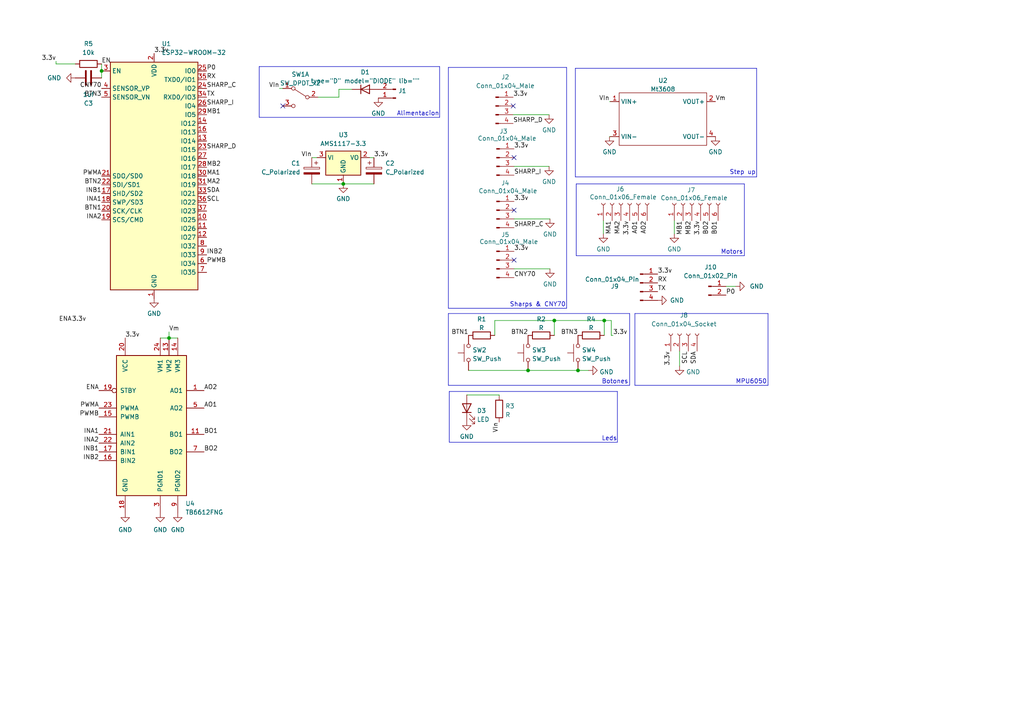
<source format=kicad_sch>
(kicad_sch (version 20230121) (generator eeschema)
  (paper "A4")
  (lib_symbols
    (symbol "Connector:Conn_01x02_Male" (pin_names (offset 1.016) hide)
      (property "Reference" "J" (at 0 2.54 0))
      (property "Value" "Conn_01x02_Male" (at 0 -5.08 0))
      (symbol "Conn_01x02_Male_1_1"
        (polyline (pts (xy 1.27 -2.54) (xy 0.8636 -2.54)) (stroke (width 0.1524)))
        (polyline (pts (xy 1.27 0) (xy 0.8636 0)) (stroke (width 0.1524)))
        (rectangle (start 0.8636 -2.413) (end 0 -2.667) (stroke (width 0.1524)) (fill (type outline)))
        (rectangle (start 0.8636 0.127) (end 0 -0.127) (stroke (width 0.1524)) (fill (type outline)))
        (pin passive line (at 5.08 0 180) (length 3.81) (name "Pin_1") (number "1"))
        (pin passive line (at 5.08 -2.54 180) (length 3.81) (name "Pin_2") (number "2"))
      )
    )
    (symbol "Connector:Conn_01x02_Pin" (pin_names (offset 1.016) hide)
      (property "Reference" "J" (at 0 2.54 0))
      (property "Value" "Conn_01x02_Pin" (at 0 -5.08 0))
      (symbol "Conn_01x02_Pin_1_1"
        (polyline (pts (xy 1.27 -2.54) (xy 0.8636 -2.54)) (stroke (width 0.1524)))
        (polyline (pts (xy 1.27 0) (xy 0.8636 0)) (stroke (width 0.1524)))
        (rectangle (start 0.8636 -2.413) (end 0 -2.667) (stroke (width 0.1524)) (fill (type outline)))
        (rectangle (start 0.8636 0.127) (end 0 -0.127) (stroke (width 0.1524)) (fill (type outline)))
        (pin passive line (at 5.08 0 180) (length 3.81) (name "Pin_1") (number "1"))
        (pin passive line (at 5.08 -2.54 180) (length 3.81) (name "Pin_2") (number "2"))
      )
    )
    (symbol "Connector:Conn_01x04_Male" (pin_names (offset 1.016) hide)
      (property "Reference" "J" (at 0 5.08 0))
      (property "Value" "Conn_01x04_Male" (at 0 -7.62 0))
      (symbol "Conn_01x04_Male_1_1"
        (polyline (pts (xy 1.27 -5.08) (xy 0.8636 -5.08)) (stroke (width 0.1524)))
        (polyline (pts (xy 1.27 -2.54) (xy 0.8636 -2.54)) (stroke (width 0.1524)))
        (polyline (pts (xy 1.27 0) (xy 0.8636 0)) (stroke (width 0.1524)))
        (polyline (pts (xy 1.27 2.54) (xy 0.8636 2.54)) (stroke (width 0.1524)))
        (rectangle (start 0.8636 -4.953) (end 0 -5.207) (stroke (width 0.1524)) (fill (type outline)))
        (rectangle (start 0.8636 -2.413) (end 0 -2.667) (stroke (width 0.1524)) (fill (type outline)))
        (rectangle (start 0.8636 0.127) (end 0 -0.127) (stroke (width 0.1524)) (fill (type outline)))
        (rectangle (start 0.8636 2.667) (end 0 2.413) (stroke (width 0.1524)) (fill (type outline)))
        (pin passive line (at 5.08 2.54 180) (length 3.81) (name "Pin_1") (number "1"))
        (pin passive line (at 5.08 0 180) (length 3.81) (name "Pin_2") (number "2"))
        (pin passive line (at 5.08 -2.54 180) (length 3.81) (name "Pin_3") (number "3"))
        (pin passive line (at 5.08 -5.08 180) (length 3.81) (name "Pin_4") (number "4"))
      )
    )
    (symbol "Connector:Conn_01x04_Pin" (pin_names (offset 1.016) hide)
      (property "Reference" "J" (at 0 5.08 0))
      (property "Value" "Conn_01x04_Pin" (at 0 -7.62 0))
      (symbol "Conn_01x04_Pin_1_1"
        (polyline (pts (xy 1.27 -5.08) (xy 0.8636 -5.08)) (stroke (width 0.1524)))
        (polyline (pts (xy 1.27 -2.54) (xy 0.8636 -2.54)) (stroke (width 0.1524)))
        (polyline (pts (xy 1.27 0) (xy 0.8636 0)) (stroke (width 0.1524)))
        (polyline (pts (xy 1.27 2.54) (xy 0.8636 2.54)) (stroke (width 0.1524)))
        (rectangle (start 0.8636 -4.953) (end 0 -5.207) (stroke (width 0.1524)) (fill (type outline)))
        (rectangle (start 0.8636 -2.413) (end 0 -2.667) (stroke (width 0.1524)) (fill (type outline)))
        (rectangle (start 0.8636 0.127) (end 0 -0.127) (stroke (width 0.1524)) (fill (type outline)))
        (rectangle (start 0.8636 2.667) (end 0 2.413) (stroke (width 0.1524)) (fill (type outline)))
        (pin passive line (at 5.08 2.54 180) (length 3.81) (name "Pin_1") (number "1"))
        (pin passive line (at 5.08 0 180) (length 3.81) (name "Pin_2") (number "2"))
        (pin passive line (at 5.08 -2.54 180) (length 3.81) (name "Pin_3") (number "3"))
        (pin passive line (at 5.08 -5.08 180) (length 3.81) (name "Pin_4") (number "4"))
      )
    )
    (symbol "Connector:Conn_01x04_Socket" (pin_names (offset 1.016) hide)
      (property "Reference" "J" (at 0 5.08 0))
      (property "Value" "Conn_01x04_Socket" (at 0 -7.62 0))
      (symbol "Conn_01x04_Socket_1_1"
        (arc (start 0 -4.572) (mid -0.5058 -5.08) (end 0 -5.588) (stroke (width 0.1524)))
        (arc (start 0 -2.032) (mid -0.5058 -2.54) (end 0 -3.048) (stroke (width 0.1524)))
        (polyline (pts (xy -1.27 -5.08) (xy -0.508 -5.08)) (stroke (width 0.1524)))
        (polyline (pts (xy -1.27 -2.54) (xy -0.508 -2.54)) (stroke (width 0.1524)))
        (polyline (pts (xy -1.27 0) (xy -0.508 0)) (stroke (width 0.1524)))
        (polyline (pts (xy -1.27 2.54) (xy -0.508 2.54)) (stroke (width 0.1524)))
        (arc (start 0 0.508) (mid -0.5058 0) (end 0 -0.508) (stroke (width 0.1524)))
        (arc (start 0 3.048) (mid -0.5058 2.54) (end 0 2.032) (stroke (width 0.1524)))
        (pin passive line (at -5.08 2.54 0) (length 3.81) (name "Pin_1") (number "1"))
        (pin passive line (at -5.08 0 0) (length 3.81) (name "Pin_2") (number "2"))
        (pin passive line (at -5.08 -2.54 0) (length 3.81) (name "Pin_3") (number "3"))
        (pin passive line (at -5.08 -5.08 0) (length 3.81) (name "Pin_4") (number "4"))
      )
    )
    (symbol "Connector:Conn_01x06_Female" (pin_names (offset 1.016) hide)
      (property "Reference" "J" (at 0 7.62 0))
      (property "Value" "Conn_01x06_Female" (at 0 -10.16 0))
      (symbol "Conn_01x06_Female_1_1"
        (arc (start 0 -7.112) (mid -0.5058 -7.62) (end 0 -8.128) (stroke (width 0.1524)))
        (arc (start 0 -4.572) (mid -0.5058 -5.08) (end 0 -5.588) (stroke (width 0.1524)))
        (arc (start 0 -2.032) (mid -0.5058 -2.54) (end 0 -3.048) (stroke (width 0.1524)))
        (polyline (pts (xy -1.27 -7.62) (xy -0.508 -7.62)) (stroke (width 0.1524)))
        (polyline (pts (xy -1.27 -5.08) (xy -0.508 -5.08)) (stroke (width 0.1524)))
        (polyline (pts (xy -1.27 -2.54) (xy -0.508 -2.54)) (stroke (width 0.1524)))
        (polyline (pts (xy -1.27 0) (xy -0.508 0)) (stroke (width 0.1524)))
        (polyline (pts (xy -1.27 2.54) (xy -0.508 2.54)) (stroke (width 0.1524)))
        (polyline (pts (xy -1.27 5.08) (xy -0.508 5.08)) (stroke (width 0.1524)))
        (arc (start 0 0.508) (mid -0.5058 0) (end 0 -0.508) (stroke (width 0.1524)))
        (arc (start 0 3.048) (mid -0.5058 2.54) (end 0 2.032) (stroke (width 0.1524)))
        (arc (start 0 5.588) (mid -0.5058 5.08) (end 0 4.572) (stroke (width 0.1524)))
        (pin passive line (at -5.08 5.08 0) (length 3.81) (name "Pin_1") (number "1"))
        (pin passive line (at -5.08 2.54 0) (length 3.81) (name "Pin_2") (number "2"))
        (pin passive line (at -5.08 0 0) (length 3.81) (name "Pin_3") (number "3"))
        (pin passive line (at -5.08 -2.54 0) (length 3.81) (name "Pin_4") (number "4"))
        (pin passive line (at -5.08 -5.08 0) (length 3.81) (name "Pin_5") (number "5"))
        (pin passive line (at -5.08 -7.62 0) (length 3.81) (name "Pin_6") (number "6"))
      )
    )
    (symbol "Device:C" (pin_numbers hide) (pin_names (offset 0.254))
      (property "Reference" "C" (at 0.635 2.54 0))
      (property "Value" "C" (at 0.635 -2.54 0))
      (symbol "C_0_1"
        (polyline (pts (xy -2.032 -0.762) (xy 2.032 -0.762)) (stroke (width 0.508)))
        (polyline (pts (xy -2.032 0.762) (xy 2.032 0.762)) (stroke (width 0.508)))
      )
      (symbol "C_1_1"
        (pin passive line (at 0 3.81 270) (length 2.794) (name "~") (number "1"))
        (pin passive line (at 0 -3.81 90) (length 2.794) (name "~") (number "2"))
      )
    )
    (symbol "Device:C_Polarized" (pin_numbers hide) (pin_names (offset 0.254))
      (property "Reference" "C" (at 0.635 2.54 0))
      (property "Value" "C_Polarized" (at 0.635 -2.54 0))
      (symbol "C_Polarized_0_1"
        (rectangle (start -2.286 0.508) (end 2.286 1.016))
        (polyline (pts (xy -1.778 2.286) (xy -0.762 2.286)))
        (polyline (pts (xy -1.27 2.794) (xy -1.27 1.778)))
        (rectangle (start 2.286 -0.508) (end -2.286 -1.016) (fill (type outline)))
      )
      (symbol "C_Polarized_1_1"
        (pin passive line (at 0 3.81 270) (length 2.794) (name "~") (number "1"))
        (pin passive line (at 0 -3.81 90) (length 2.794) (name "~") (number "2"))
      )
    )
    (symbol "Device:LED" (pin_numbers hide) (pin_names (offset 1.016) hide)
      (property "Reference" "D" (at 0 2.54 0))
      (property "Value" "LED" (at 0 -2.54 0))
      (symbol "LED_0_1"
        (polyline (pts (xy -1.27 -1.27) (xy -1.27 1.27)) (stroke (width 0.254)))
        (polyline (pts (xy -1.27 0) (xy 1.27 0)))
        (polyline (pts (xy 1.27 -1.27) (xy 1.27 1.27) (xy -1.27 0) (xy 1.27 -1.27)) (stroke (width 0.254)))
        (polyline (pts (xy -3.048 -0.762) (xy -4.572 -2.286) (xy -3.81 -2.286) (xy -4.572 -2.286) (xy -4.572 -1.524)))
        (polyline (pts (xy -1.778 -0.762) (xy -3.302 -2.286) (xy -2.54 -2.286) (xy -3.302 -2.286) (xy -3.302 -1.524)))
      )
      (symbol "LED_1_1"
        (pin passive line (at -3.81 0 0) (length 2.54) (name "K") (number "1"))
        (pin passive line (at 3.81 0 180) (length 2.54) (name "A") (number "2"))
      )
    )
    (symbol "Device:R" (pin_numbers hide) (pin_names (offset 0))
      (property "Reference" "R" (at 2.032 0 90))
      (property "Value" "R" (at 0 0 90))
      (symbol "R_0_1"
        (rectangle (start -1.016 -2.54) (end 1.016 2.54) (stroke (width 0.254)))
      )
      (symbol "R_1_1"
        (pin passive line (at 0 3.81 270) (length 1.27) (name "~") (number "1"))
        (pin passive line (at 0 -3.81 90) (length 1.27) (name "~") (number "2"))
      )
    )
    (symbol "Driver_Motor:TB6612FNG" (pin_names (offset 1.016))
      (property "Reference" "U" (at 11.43 17.78 0))
      (property "Value" "TB6612FNG" (at 11.43 15.24 0))
      (symbol "TB6612FNG_0_1"
        (rectangle (start -10.16 20.32) (end 10.16 -20.32) (stroke (width 0.254)) (fill (type background)))
      )
      (symbol "TB6612FNG_1_1"
        (pin output line (at 15.24 10.16 180) (length 5.08) (name "AO1") (number "1"))
        (pin passive line (at 7.62 -25.4 90) (length 5.08) hide (name "PGND2") (number "10"))
        (pin output line (at 15.24 -2.54 180) (length 5.08) (name "BO1") (number "11"))
        (pin passive line (at 15.24 -2.54 180) (length 5.08) hide (name "BO1") (number "12"))
        (pin power_in line (at 5.08 25.4 270) (length 5.08) (name "VM2") (number "13"))
        (pin power_in line (at 7.62 25.4 270) (length 5.08) (name "VM3") (number "14"))
        (pin input line (at -15.24 2.54 0) (length 5.08) (name "PWMB") (number "15"))
        (pin input line (at -15.24 -10.16 0) (length 5.08) (name "BIN2") (number "16"))
        (pin input line (at -15.24 -7.62 0) (length 5.08) (name "BIN1") (number "17"))
        (pin power_in line (at -7.62 -25.4 90) (length 5.08) (name "GND") (number "18"))
        (pin input inverted (at -15.24 10.16 0) (length 5.08) (name "STBY") (number "19"))
        (pin passive line (at 15.24 10.16 180) (length 5.08) hide (name "AO1") (number "2"))
        (pin power_in line (at -7.62 25.4 270) (length 5.08) (name "VCC") (number "20"))
        (pin input line (at -15.24 -2.54 0) (length 5.08) (name "AIN1") (number "21"))
        (pin input line (at -15.24 -5.08 0) (length 5.08) (name "AIN2") (number "22"))
        (pin input line (at -15.24 5.08 0) (length 5.08) (name "PWMA") (number "23"))
        (pin power_in line (at 2.54 25.4 270) (length 5.08) (name "VM1") (number "24"))
        (pin power_in line (at 2.54 -25.4 90) (length 5.08) (name "PGND1") (number "3"))
        (pin passive line (at 2.54 -25.4 90) (length 5.08) hide (name "PGND1") (number "4"))
        (pin output line (at 15.24 5.08 180) (length 5.08) (name "AO2") (number "5"))
        (pin passive line (at 15.24 5.08 180) (length 5.08) hide (name "AO2") (number "6"))
        (pin output line (at 15.24 -7.62 180) (length 5.08) (name "BO2") (number "7"))
        (pin passive line (at 15.24 -7.62 180) (length 5.08) hide (name "BO2") (number "8"))
        (pin power_in line (at 7.62 -25.4 90) (length 5.08) (name "PGND2") (number "9"))
      )
    )
    (symbol "GND_1" (power) (pin_names (offset 0))
      (property "Value" "GND_1" (at 0 -3.81 0))
      (symbol "GND_1_0_1"
        (polyline (pts (xy 0 0) (xy 0 -1.27) (xy 1.27 -1.27) (xy 0 -2.54) (xy -1.27 -1.27) (xy 0 -1.27)))
      )
      (symbol "GND_1_1_1"
        (pin power_in line (at 0 0 270) (length 0) hide (name "GND") (number "1"))
      )
    )
    (symbol "RF_Module:ESP32-WROOM-32"
      (property "Reference" "U" (at -12.7 34.29 0))
      (property "Value" "ESP32-WROOM-32" (at 1.27 34.29 0))
      (symbol "ESP32-WROOM-32_0_1"
        (rectangle (start -12.7 33.02) (end 12.7 -33.02) (stroke (width 0.254)) (fill (type background)))
      )
      (symbol "ESP32-WROOM-32_1_1"
        (pin power_in line (at 0 -35.56 90) (length 2.54) (name "GND") (number "1"))
        (pin bidirectional line (at 15.24 -12.7 180) (length 2.54) (name "IO25") (number "10"))
        (pin bidirectional line (at 15.24 -15.24 180) (length 2.54) (name "IO26") (number "11"))
        (pin bidirectional line (at 15.24 -17.78 180) (length 2.54) (name "IO27") (number "12"))
        (pin bidirectional line (at 15.24 10.16 180) (length 2.54) (name "IO14") (number "13"))
        (pin bidirectional line (at 15.24 15.24 180) (length 2.54) (name "IO12") (number "14"))
        (pin passive line (at 0 -35.56 90) (length 2.54) hide (name "GND") (number "15"))
        (pin bidirectional line (at 15.24 12.7 180) (length 2.54) (name "IO13") (number "16"))
        (pin bidirectional line (at -15.24 -5.08 0) (length 2.54) (name "SHD/SD2") (number "17"))
        (pin bidirectional line (at -15.24 -7.62 0) (length 2.54) (name "SWP/SD3") (number "18"))
        (pin bidirectional line (at -15.24 -12.7 0) (length 2.54) (name "SCS/CMD") (number "19"))
        (pin power_in line (at 0 35.56 270) (length 2.54) (name "VDD") (number "2"))
        (pin bidirectional line (at -15.24 -10.16 0) (length 2.54) (name "SCK/CLK") (number "20"))
        (pin bidirectional line (at -15.24 0 0) (length 2.54) (name "SDO/SD0") (number "21"))
        (pin bidirectional line (at -15.24 -2.54 0) (length 2.54) (name "SDI/SD1") (number "22"))
        (pin bidirectional line (at 15.24 7.62 180) (length 2.54) (name "IO15") (number "23"))
        (pin bidirectional line (at 15.24 25.4 180) (length 2.54) (name "IO2") (number "24"))
        (pin bidirectional line (at 15.24 30.48 180) (length 2.54) (name "IO0") (number "25"))
        (pin bidirectional line (at 15.24 20.32 180) (length 2.54) (name "IO4") (number "26"))
        (pin bidirectional line (at 15.24 5.08 180) (length 2.54) (name "IO16") (number "27"))
        (pin bidirectional line (at 15.24 2.54 180) (length 2.54) (name "IO17") (number "28"))
        (pin bidirectional line (at 15.24 17.78 180) (length 2.54) (name "IO5") (number "29"))
        (pin input line (at -15.24 30.48 0) (length 2.54) (name "EN") (number "3"))
        (pin bidirectional line (at 15.24 0 180) (length 2.54) (name "IO18") (number "30"))
        (pin bidirectional line (at 15.24 -2.54 180) (length 2.54) (name "IO19") (number "31"))
        (pin no_connect line (at -12.7 -27.94 0) (length 2.54) hide (name "NC") (number "32"))
        (pin bidirectional line (at 15.24 -5.08 180) (length 2.54) (name "IO21") (number "33"))
        (pin bidirectional line (at 15.24 22.86 180) (length 2.54) (name "RXD0/IO3") (number "34"))
        (pin bidirectional line (at 15.24 27.94 180) (length 2.54) (name "TXD0/IO1") (number "35"))
        (pin bidirectional line (at 15.24 -7.62 180) (length 2.54) (name "IO22") (number "36"))
        (pin bidirectional line (at 15.24 -10.16 180) (length 2.54) (name "IO23") (number "37"))
        (pin passive line (at 0 -35.56 90) (length 2.54) hide (name "GND") (number "38"))
        (pin passive line (at 0 -35.56 90) (length 2.54) hide (name "GND") (number "39"))
        (pin input line (at -15.24 25.4 0) (length 2.54) (name "SENSOR_VP") (number "4"))
        (pin input line (at -15.24 22.86 0) (length 2.54) (name "SENSOR_VN") (number "5"))
        (pin input line (at 15.24 -25.4 180) (length 2.54) (name "IO34") (number "6"))
        (pin input line (at 15.24 -27.94 180) (length 2.54) (name "IO35") (number "7"))
        (pin bidirectional line (at 15.24 -20.32 180) (length 2.54) (name "IO32") (number "8"))
        (pin bidirectional line (at 15.24 -22.86 180) (length 2.54) (name "IO33") (number "9"))
      )
    )
    (symbol "Regulator_Linear:AMS1117-3.3"
      (property "Reference" "U" (at -3.81 3.175 0))
      (property "Value" "AMS1117-3.3" (at 0 3.175 0))
      (symbol "AMS1117-3.3_0_1"
        (rectangle (start -5.08 -5.08) (end 5.08 1.905) (stroke (width 0.254)) (fill (type background)))
      )
      (symbol "AMS1117-3.3_1_1"
        (pin power_in line (at 0 -7.62 90) (length 2.54) (name "GND") (number "1"))
        (pin power_out line (at 7.62 0 180) (length 2.54) (name "VO") (number "2"))
        (pin power_in line (at -7.62 0 0) (length 2.54) (name "VI") (number "3"))
      )
    )
    (symbol "Simulation_SPICE:DIODE" (pin_numbers hide) (pin_names (offset 1.016) hide)
      (property "Reference" "D" (at 0 2.54 0))
      (property "Value" "DIODE" (at 0 -2.54 0))
      (symbol "DIODE_0_1"
        (polyline (pts (xy 1.27 0) (xy -1.27 0)))
        (polyline (pts (xy 1.27 1.27) (xy 1.27 -1.27)) (stroke (width 0.254)))
        (polyline (pts (xy -1.27 -1.27) (xy -1.27 1.27) (xy 1.27 0) (xy -1.27 -1.27)) (stroke (width 0.254)))
      )
      (symbol "DIODE_1_1"
        (pin passive line (at -3.81 0 0) (length 2.54) (name "A") (number "1"))
        (pin passive line (at 3.81 0 180) (length 2.54) (name "K") (number "2"))
      )
    )
    (symbol "Switch:SW_DPDT_x2" (pin_names (offset 0) hide)
      (property "Reference" "SW" (at 0 4.318 0))
      (property "Value" "SW_DPDT_x2" (at 0 -5.08 0))
      (symbol "SW_DPDT_x2_0_0"
        (circle (center -2.032 0) (radius 0.508))
        (circle (center 2.032 -2.54) (radius 0.508))
      )
      (symbol "SW_DPDT_x2_0_1"
        (polyline (pts (xy -1.524 0.254) (xy 1.651 2.286)))
        (circle (center 2.032 2.54) (radius 0.508))
      )
      (symbol "SW_DPDT_x2_1_1"
        (pin passive line (at 5.08 2.54 180) (length 2.54) (name "A") (number "1"))
        (pin passive line (at -5.08 0 0) (length 2.54) (name "B") (number "2"))
        (pin passive line (at 5.08 -2.54 180) (length 2.54) (name "C") (number "3"))
      )
      (symbol "SW_DPDT_x2_2_1"
        (pin passive line (at 5.08 2.54 180) (length 2.54) (name "A") (number "4"))
        (pin passive line (at -5.08 0 0) (length 2.54) (name "B") (number "5"))
        (pin passive line (at 5.08 -2.54 180) (length 2.54) (name "C") (number "6"))
      )
    )
    (symbol "Switch:SW_Push" (pin_numbers hide) (pin_names (offset 1.016) hide)
      (property "Reference" "SW" (at 1.27 2.54 0))
      (property "Value" "SW_Push" (at 0 -1.524 0))
      (symbol "SW_Push_0_1"
        (circle (center -2.032 0) (radius 0.508))
        (polyline (pts (xy 0 1.27) (xy 0 3.048)))
        (polyline (pts (xy 2.54 1.27) (xy -2.54 1.27)))
        (circle (center 2.032 0) (radius 0.508))
        (pin passive line (at -5.08 0 0) (length 2.54) (name "1") (number "1"))
        (pin passive line (at 5.08 0 180) (length 2.54) (name "2") (number "2"))
      )
    )
    (symbol "power:GND" (power) (pin_names (offset 0))
      (property "Value" "GND" (at 0 -3.81 0))
      (symbol "GND_0_1"
        (polyline (pts (xy 0 0) (xy 0 -1.27) (xy 1.27 -1.27) (xy 0 -2.54) (xy -1.27 -1.27) (xy 0 -1.27)))
      )
      (symbol "GND_1_1"
        (pin power_in line (at 0 0 270) (length 0) hide (name "GND") (number "1"))
      )
    )
    (symbol "propios:Mt3608"
      (property "Reference" "U" (at 0 0 0))
      (property "Value" "Mt3608" (at 0 0 0))
      (symbol "Mt3608_0_1"
        (rectangle (start -12.7 -2.54) (end 12.7 -17.78))
      )
      (symbol "Mt3608_1_1"
        (pin input line (at -15.24 -5.08 0) (length 2.54) (name "VIN+") (number "1"))
        (pin input line (at 15.24 -5.08 180) (length 2.54) (name "VOUT+") (number "2"))
        (pin input line (at -15.24 -15.24 0) (length 2.54) (name "VIN-") (number "3"))
        (pin input line (at 15.24 -15.24 180) (length 2.54) (name "VOUT-") (number "4"))
      )
    )
  )
  (junction (at 167.64 107.442))
  (junction (at 29.464 20.574))
  (junction (at 153.162 107.442))
  (junction (at 49.022 98.044))
  (junction (at 175.26 92.964))
  (junction (at 99.568 53.34))
  (junction (at 160.782 92.964))
  (no_connect (at 148.844 30.734))
  (no_connect (at 149.098 45.72))
  (no_connect (at 149.098 75.438))
  (no_connect (at 82.042 30.734))
  (no_connect (at 149.098 60.96))
  (wire (pts (xy 135.382 114.554) (xy 144.78 114.554)))
  (wire (pts (xy 135.89 107.442) (xy 153.162 107.442)))
  (wire (pts (xy 159.512 77.978) (xy 149.098 77.978)))
  (wire (pts (xy 159.258 48.26) (xy 149.098 48.26)))
  (wire (pts (xy 144.78 114.554) (xy 144.78 114.808)))
  (wire (pts (xy 81.026 25.654) (xy 82.042 25.654)))
  (wire (pts (xy 49.022 96.266) (xy 49.022 98.044)))
  (polyline (pts (xy 127.508 19.304) (xy 75.184 19.304)))
  (polyline (pts (xy 219.456 51.308) (xy 166.878 51.308)))
  (polyline (pts (xy 167.132 53.34) (xy 215.9 53.34)))
  (polyline (pts (xy 184.15 111.76) (xy 184.15 90.932)))
  (wire (pts (xy 177.8 97.282) (xy 177.292 97.282)))
  (polyline (pts (xy 130.302 128.27) (xy 130.302 113.538)))
  (polyline (pts (xy 179.07 128.27) (xy 130.302 128.27)))
  (polyline (pts (xy 166.878 19.812) (xy 166.878 51.308)))
  (wire (pts (xy 21.844 18.542) (xy 16.256 18.542)))
  (polyline (pts (xy 130.048 111.76) (xy 130.048 90.932)))
  (polyline (pts (xy 75.184 34.036) (xy 127.508 34.036)))
  (wire (pts (xy 49.022 98.044) (xy 51.562 98.044)))
  (polyline (pts (xy 222.758 90.932) (xy 222.758 111.76)))
  (polyline (pts (xy 127.508 34.036) (xy 127.508 19.304)))
  (wire (pts (xy 175.26 92.964) (xy 177.292 92.964)))
  (wire (pts (xy 99.568 53.34) (xy 108.458 53.34)))
  (wire (pts (xy 16.256 18.542) (xy 16.256 17.78)))
  (wire (pts (xy 90.424 53.34) (xy 99.568 53.34)))
  (polyline (pts (xy 130.302 113.538) (xy 179.07 113.538)))
  (wire (pts (xy 160.782 97.282) (xy 160.782 92.964)))
  (wire (pts (xy 160.782 92.964) (xy 175.26 92.964)))
  (polyline (pts (xy 219.456 19.812) (xy 219.456 51.308)))
  (wire (pts (xy 98.298 28.194) (xy 92.202 28.194)))
  (polyline (pts (xy 130.048 89.408) (xy 164.338 89.408)))
  (wire (pts (xy 153.162 107.442) (xy 167.64 107.442)))
  (wire (pts (xy 167.64 107.442) (xy 170.688 107.442)))
  (wire (pts (xy 175.26 97.282) (xy 175.26 92.964)))
  (polyline (pts (xy 182.626 90.932) (xy 182.626 111.76)))
  (wire (pts (xy 159.512 63.5) (xy 149.098 63.5)))
  (polyline (pts (xy 75.184 19.304) (xy 75.184 34.036)))
  (wire (pts (xy 176.784 39.624) (xy 177.038 39.624)))
  (polyline (pts (xy 215.9 74.168) (xy 167.132 74.168)))
  (wire (pts (xy 177.292 92.964) (xy 177.292 97.282)))
  (wire (pts (xy 29.464 20.574) (xy 29.464 22.606)))
  (wire (pts (xy 175.006 67.818) (xy 175.006 64.008)))
  (polyline (pts (xy 166.878 19.812) (xy 219.456 19.812)))
  (wire (pts (xy 143.51 92.964) (xy 160.782 92.964)))
  (polyline (pts (xy 179.07 113.538) (xy 179.07 128.27)))
  (polyline (pts (xy 164.338 19.558) (xy 130.048 19.558)))
  (wire (pts (xy 197.104 106.172) (xy 197.104 101.854)))
  (polyline (pts (xy 130.048 90.932) (xy 182.626 90.932)))
  (wire (pts (xy 195.58 67.818) (xy 195.58 64.008)))
  (polyline (pts (xy 164.338 89.408) (xy 164.338 19.558)))
  (polyline (pts (xy 184.15 90.932) (xy 222.758 90.932)))
  (wire (pts (xy 90.424 45.72) (xy 91.948 45.72)))
  (wire (pts (xy 108.458 45.72) (xy 107.188 45.72)))
  (wire (pts (xy 102.108 25.908) (xy 98.298 25.908)))
  (wire (pts (xy 98.298 25.908) (xy 98.298 28.194)))
  (polyline (pts (xy 215.9 53.34) (xy 215.9 74.168)))
  (wire (pts (xy 213.36 83.058) (xy 210.566 83.058)))
  (polyline (pts (xy 182.626 111.76) (xy 130.048 111.76)))
  (wire (pts (xy 143.51 97.282) (xy 143.51 92.964)))
  (wire (pts (xy 46.482 98.044) (xy 49.022 98.044)))
  (wire (pts (xy 159.258 33.274) (xy 148.844 33.274)))
  (polyline (pts (xy 184.15 111.76) (xy 222.758 111.76)))
  (polyline (pts (xy 130.048 19.558) (xy 130.048 89.408)))
  (wire (pts (xy 29.464 18.542) (xy 29.464 20.574)))
  (polyline (pts (xy 167.132 53.34) (xy 167.132 74.168)))
  (polyline (pts (xy 75.184 19.304) (xy 75.184 19.304)))
  (wire (pts (xy 176.784 29.464) (xy 177.038 29.464)))
  (text "Motors\n" (at 209.042 73.914 0) (effects (font (size 1.27 1.27)) (justify left bottom)))
  (text "Sharps & CNY70" (at 147.828 89.154 0) (effects (font (size 1.27 1.27)) (justify left bottom)))
  (text "Leds" (at 174.498 128.016 0) (effects (font (size 1.27 1.27)) (justify left bottom)))
  (text "Step up\n" (at 211.582 50.8 0) (effects (font (size 1.27 1.27)) (justify left bottom)))
  (text "Botones\n" (at 174.498 111.506 0) (effects (font (size 1.27 1.27)) (justify left bottom)))
  (text "MPU6050\n" (at 213.36 111.506 0) (effects (font (size 1.27 1.27)) (justify left bottom)))
  (text "Alimentacion\n" (at 115.062 33.782 0) (effects (font (size 1.27 1.27)) (justify left bottom)))
  (label "BTN1" (at 29.464 61.214 180))
  (label "BO1" (at 59.182 125.984 0))
  (label "SCL" (at 59.944 58.674 0))
  (label "SDA" (at 59.944 56.134 0))
  (label "RX" (at 190.754 82.042 0))
  (label "3.3v" (at 190.754 79.502 0))
  (label "3.3v" (at 16.256 17.78 180))
  (label "P0" (at 210.566 85.598 0))
  (label "INB2" (at 59.944 73.914 0))
  (label "Vm" (at 207.518 29.464 0))
  (label "EN" (at 29.464 18.542 0))
  (label "BTN2" (at 29.464 53.594 180))
  (label "3.3v" (at 182.626 64.008 270))
  (label "CNY70" (at 29.464 25.654 180))
  (label "BTN1" (at 135.89 97.282 180))
  (label "MA2" (at 180.086 64.008 270))
  (label "BTN3" (at 167.64 97.282 180))
  (label "P0" (at 59.944 20.574 0))
  (label "AO2" (at 187.706 64.008 270))
  (label "TX" (at 190.754 84.582 0))
  (label "PWMB" (at 28.702 120.904 180))
  (label "SHARP_I" (at 59.944 30.734 0))
  (label "MA1" (at 177.546 64.008 270))
  (label "3.3v" (at 36.322 98.044 0))
  (label "INB1" (at 29.464 56.134 180))
  (label "VIn" (at 81.026 25.654 180))
  (label "SHARP_C" (at 149.098 66.04 0))
  (label "INA2" (at 29.464 63.754 180))
  (label "3.3v" (at 177.8 97.282 0))
  (label "MA2" (at 59.944 53.594 0))
  (label "BTN3" (at 29.464 28.194 180))
  (label "AO1" (at 59.182 118.364 0))
  (label "3.3v" (at 194.564 101.854 270))
  (label "3.3v" (at 149.098 43.18 0))
  (label "ENA" (at 20.828 93.472 180))
  (label "VIn" (at 176.784 29.464 180))
  (label "INB2" (at 28.702 133.604 180))
  (label "SDA" (at 202.184 101.854 270))
  (label "SHARP_C" (at 59.944 25.654 0))
  (label "3.3v" (at 148.844 28.194 0))
  (label "3.3v" (at 108.458 45.72 0))
  (label "PWMA" (at 29.464 51.054 180))
  (label "VIn" (at 90.424 45.72 180))
  (label "SHARP_D" (at 59.944 43.434 0))
  (label "INA1" (at 29.464 58.674 180))
  (label "RX" (at 59.944 23.114 0))
  (label "MB1" (at 59.944 33.274 0))
  (label "MB1" (at 198.12 64.008 270))
  (label "3.3v" (at 203.2 64.008 270))
  (label "BO2" (at 59.182 131.064 0))
  (label "SHARP_I" (at 149.098 50.8 0))
  (label "INB1" (at 28.702 131.064 180))
  (label "MB2" (at 59.944 48.514 0))
  (label "PWMB" (at 59.944 76.454 0))
  (label "3.3v" (at 149.098 72.898 0))
  (label "3.3v" (at 20.828 93.472 0))
  (label "BO1" (at 208.28 64.008 270))
  (label "SHARP_D" (at 148.844 35.814 0))
  (label "VIn" (at 144.78 122.428 270))
  (label "AO2" (at 59.182 113.284 0))
  (label "BTN2" (at 153.162 97.282 180))
  (label "MB2" (at 200.66 64.008 270))
  (label "BO2" (at 205.74 64.008 270))
  (label "TX" (at 59.944 28.194 0))
  (label "PWMA" (at 28.702 118.364 180))
  (label "AO1" (at 185.166 64.008 270))
  (label "3.3v" (at 44.704 15.494 0))
  (label "3.3v" (at 149.098 58.42 0))
  (label "ENA" (at 28.702 113.284 180))
  (label "SCL" (at 199.644 101.854 270))
  (label "INA1" (at 28.702 125.984 180))
  (label "CNY70" (at 149.098 80.518 0))
  (label "Vm" (at 49.022 96.266 0))
  (label "MA1" (at 59.944 51.054 0))
  (label "INA2" (at 28.702 128.524 180))
  (symbol (lib_id "Connector:Conn_01x04_Pin") (at 185.674 82.042 0) (unit 1)
    (property "Reference" "J9" (at 178.308 83.058 0))
    (property "Value" "Conn_01x04_Pin" (at 177.546 81.026 0))
    (property "Footprint" "Connector_PinHeader_2.54mm:PinHeader_1x04_P2.54mm_Vertical" (effects hide))
  )
  (symbol (lib_id "power:GND") (at 213.36 83.058 90) (unit 1)
    (property "Reference" "#PWR019" (effects hide))
    (property "Value" "GND" (at 217.424 83.058 90) (effects (justify right)))
  )
  (symbol (lib_id "Connector:Conn_01x04_Male") (at 144.018 75.438 0) (unit 1)
    (property "Reference" "J5" (at 146.558 68.072 0))
    (property "Value" "Conn_01x04_Male" (at 147.574 70.104 0))
    (property "Footprint" "Connector_PinHeader_2.54mm:PinHeader_1x04_P2.54mm_Vertical" (effects hide))
  )
  (symbol (lib_id "power:GND") (at 207.518 39.624 0) (unit 1)
    (property "Reference" "#PWR08" (effects hide))
    (property "Value" "GND" (at 207.518 44.0674 0))
  )
  (symbol (lib_id "power:GND") (at 197.104 106.172 0) (unit 1)
    (property "Reference" "#PWR012" (effects hide))
    (property "Value" "GND" (at 199.009 107.8758 0) (effects (justify left)))
  )
  (symbol (lib_name "GND_1") (lib_id "power:GND") (at 21.844 22.606 270) (unit 1)
    (property "Reference" "#PWR022" (effects hide))
    (property "Value" "GND" (at 17.78 22.606 90) (effects (justify right)))
  )
  (symbol (lib_id "power:GND") (at 109.728 28.448 0) (unit 1)
    (property "Reference" "#PWR01" (effects hide))
    (property "Value" "GND" (at 109.728 32.8914 0))
  )
  (symbol (lib_id "Connector:Conn_01x02_Male") (at 114.808 28.448 180) (unit 1)
    (property "Reference" "J1" (at 115.5192 26.3433 0) (effects (justify right)))
    (property "Value" "Conn_01x02_Male" (effects hide))
    (property "Footprint" "Connector_PinHeader_2.54mm:PinHeader_1x02_P2.54mm_Vertical" (effects hide))
  )
  (symbol (lib_id "power:GND") (at 190.754 87.122 90) (unit 1)
    (property "Reference" "#PWR017" (effects hide))
    (property "Value" "GND" (at 194.31 87.122 90) (effects (justify right)))
  )
  (symbol (lib_id "power:GND") (at 175.006 67.818 0) (unit 1)
    (property "Reference" "#PWR09" (effects hide))
    (property "Value" "GND" (at 175.006 72.2614 0))
  )
  (symbol (lib_name "GND_1") (lib_id "power:GND") (at 99.568 53.34 0) (unit 1)
    (property "Reference" "#PWR02" (effects hide))
    (property "Value" "GND" (at 99.568 57.658 0))
  )
  (symbol (lib_id "Regulator_Linear:AMS1117-3.3") (at 99.568 45.72 0) (unit 1)
    (property "Reference" "U3" (at 99.568 39.116 0))
    (property "Value" "AMS1117-3.3" (at 99.568 41.656 0))
    (property "Footprint" "Package_TO_SOT_SMD:SOT-223-3_TabPin2" (effects hide))
    (property "Datasheet" "http://www.advanced-monolithic.com/pdf/ds1117.pdf" (effects hide))
  )
  (symbol (lib_id "power:GND") (at 51.562 148.844 0) (unit 1)
    (property "Reference" "#PWR021" (effects hide))
    (property "Value" "GND" (at 51.562 153.67 0))
  )
  (symbol (lib_id "Device:R") (at 144.78 118.618 0) (unit 1)
    (property "Reference" "R3" (at 146.558 117.7833 0) (effects (justify left)))
    (property "Value" "R" (at 146.558 120.3202 0) (effects (justify left)))
    (property "Footprint" "Resistor_SMD:R_1210_3225Metric" (effects hide))
  )
  (symbol (lib_name "GND_1") (lib_id "power:GND") (at 44.704 86.614 0) (unit 1)
    (property "Reference" "#PWR015" (effects hide))
    (property "Value" "GND" (at 44.704 90.932 0))
  )
  (symbol (lib_id "Connector:Conn_01x04_Male") (at 144.018 60.96 0) (unit 1)
    (property "Reference" "J4" (at 146.558 53.086 0))
    (property "Value" "Conn_01x04_Male" (at 147.32 55.372 0))
    (property "Footprint" "Connector_PinHeader_2.54mm:PinHeader_1x04_P2.54mm_Vertical" (effects hide))
  )
  (symbol (lib_id "power:GND") (at 135.382 122.174 0) (unit 1)
    (property "Reference" "#PWR014" (effects hide))
    (property "Value" "GND" (at 135.382 126.6174 0))
  )
  (symbol (lib_id "power:GND") (at 159.258 48.26 0) (unit 1)
    (property "Reference" "#PWR04" (effects hide))
    (property "Value" "GND" (at 159.258 52.7034 0))
  )
  (symbol (lib_id "Connector:Conn_01x04_Socket") (at 197.104 96.774 90) (unit 1)
    (property "Reference" "J8" (at 198.374 91.44 90))
    (property "Value" "Conn_01x04_Socket" (at 198.374 93.98 90))
    (property "Footprint" "Connector_PinSocket_2.54mm:PinSocket_1x04_P2.54mm_Vertical" (effects hide))
  )
  (symbol (lib_id "power:GND") (at 176.784 39.624 0) (unit 1)
    (property "Reference" "#PWR07" (effects hide))
    (property "Value" "GND" (at 176.784 44.0674 0))
  )
  (symbol (lib_id "Connector:Conn_01x04_Male") (at 143.764 30.734 0) (unit 1)
    (property "Reference" "J2" (at 146.558 22.352 0))
    (property "Value" "Conn_01x04_Male" (at 146.558 24.892 0))
    (property "Footprint" "Connector_PinHeader_2.54mm:PinHeader_1x04_P2.54mm_Vertical" (effects hide))
  )
  (symbol (lib_id "Device:C_Polarized") (at 108.458 49.53 0) (unit 1)
    (property "Reference" "C2" (at 111.76 47.371 0) (effects (justify left)))
    (property "Value" "C_Polarized" (at 111.76 49.911 0) (effects (justify left)))
    (property "Footprint" "Capacitor_SMD:C_1210_3225Metric_Pad1.33x2.70mm_HandSolder" (effects hide))
  )
  (symbol (lib_id "power:GND") (at 46.482 148.844 0) (unit 1)
    (property "Reference" "#PWR020" (effects hide))
    (property "Value" "GND" (at 46.482 153.67 0))
  )
  (symbol (lib_id "Device:C_Polarized") (at 90.424 49.53 0) (mirror y) (unit 1)
    (property "Reference" "C1" (at 87.122 47.371 0) (effects (justify left)))
    (property "Value" "C_Polarized" (at 87.122 49.911 0) (effects (justify left)))
    (property "Footprint" "Capacitor_SMD:C_1210_3225Metric_Pad1.33x2.70mm_HandSolder" (effects hide))
  )
  (symbol (lib_id "power:GND") (at 159.512 63.5 0) (unit 1)
    (property "Reference" "#PWR05" (effects hide))
    (property "Value" "GND" (at 159.512 67.9434 0))
  )
  (symbol (lib_id "Device:R") (at 171.45 97.282 90) (unit 1)
    (property "Reference" "R4" (at 171.45 92.5662 90))
    (property "Value" "R" (at 171.45 95.1031 90))
    (property "Footprint" "Resistor_SMD:R_1210_3225Metric" (effects hide))
  )
  (symbol (lib_id "Switch:SW_Push") (at 153.162 102.362 90) (unit 1)
    (property "Reference" "SW3" (at 154.305 101.5273 90) (effects (justify right)))
    (property "Value" "SW_Push" (at 154.305 104.0642 90) (effects (justify right)))
    (property "Footprint" "Button_Switch_SMD:SW_Push_SPST_NO_Alps_SKRK" (effects hide))
  )
  (symbol (lib_id "Connector:Conn_01x02_Pin") (at 205.486 83.058 0) (unit 1)
    (property "Reference" "J10" (at 206.121 77.47 0))
    (property "Value" "Conn_01x02_Pin" (at 206.121 80.01 0))
    (property "Footprint" "Connector_PinHeader_2.54mm:PinHeader_1x02_P2.54mm_Vertical" (effects hide))
  )
  (symbol (lib_id "Connector:Conn_01x06_Female") (at 200.66 58.928 90) (unit 1)
    (property "Reference" "J7" (at 201.676 55.118 90) (effects (justify left)))
    (property "Value" "Conn_01x06_Female" (at 211.074 57.404 90) (effects (justify left)))
    (property "Footprint" "Connector_PinHeader_2.54mm:PinHeader_1x06_P2.54mm_Vertical" (effects hide))
  )
  (symbol (lib_id "Switch:SW_DPDT_x2") (at 87.122 28.194 0) (mirror y) (unit 1)
    (property "Reference" "SW1" (at 87.122 21.5732 0))
    (property "Value" "SW_DPDT_x2" (at 87.122 24.1101 0))
    (property "Footprint" "Button_Switch_THT:SW_Slide_1P2T_CK_OS102011MS2Q" (effects hide))
  )
  (symbol (lib_id "Device:R") (at 156.972 97.282 270) (unit 1)
    (property "Reference" "R2" (at 156.972 92.5662 90))
    (property "Value" "R" (at 156.972 95.1031 90))
    (property "Footprint" "Resistor_SMD:R_1210_3225Metric" (effects hide))
  )
  (symbol (lib_id "Switch:SW_Push") (at 167.64 102.362 90) (unit 1)
    (property "Reference" "SW4" (at 168.783 101.5273 90) (effects (justify right)))
    (property "Value" "SW_Push" (at 168.783 104.0642 90) (effects (justify right)))
    (property "Footprint" "Button_Switch_SMD:SW_Push_SPST_NO_Alps_SKRK" (effects hide))
  )
  (symbol (lib_id "Device:R") (at 25.654 18.542 90) (unit 1)
    (property "Reference" "R5" (at 25.654 12.7 90))
    (property "Value" "10k" (at 25.654 15.24 90))
    (property "Footprint" "Resistor_SMD:R_1210_3225Metric" (effects hide))
  )
  (symbol (lib_id "power:GND") (at 159.512 77.978 0) (unit 1)
    (property "Reference" "#PWR06" (effects hide))
    (property "Value" "GND" (at 159.512 82.4214 0))
  )
  (symbol (lib_id "Device:C") (at 25.654 22.606 270) (unit 1)
    (property "Reference" "C3" (at 25.654 29.972 90))
    (property "Value" "1uf" (at 25.654 27.432 90))
    (property "Footprint" "Capacitor_SMD:C_1210_3225Metric_Pad1.33x2.70mm_HandSolder" (effects hide))
  )
  (symbol (lib_id "Device:R") (at 139.7 97.282 90) (unit 1)
    (property "Reference" "R1" (at 139.7 92.5662 90))
    (property "Value" "R" (at 139.7 95.1031 90))
    (property "Footprint" "Resistor_SMD:R_1210_3225Metric" (effects hide))
  )
  (symbol (lib_id "power:GND") (at 170.688 107.442 90) (unit 1)
    (property "Reference" "#PWR011" (effects hide))
    (property "Value" "GND" (at 173.863 107.8758 90) (effects (justify right)))
  )
  (symbol (lib_id "power:GND") (at 159.258 33.274 0) (unit 1)
    (property "Reference" "#PWR03" (effects hide))
    (property "Value" "GND" (at 159.258 37.7174 0))
  )
  (symbol (lib_id "Switch:SW_Push") (at 135.89 102.362 90) (unit 1)
    (property "Reference" "SW2" (at 137.033 101.5273 90) (effects (justify right)))
    (property "Value" "SW_Push" (at 137.033 104.0642 90) (effects (justify right)))
    (property "Footprint" "Button_Switch_SMD:SW_Push_SPST_NO_Alps_SKRK" (effects hide))
  )
  (symbol (lib_id "Connector:Conn_01x04_Male") (at 144.018 45.72 0) (unit 1)
    (property "Reference" "J3" (at 146.05 38.1 0))
    (property "Value" "Conn_01x04_Male" (at 147.066 40.132 0))
    (property "Footprint" "Connector_PinHeader_2.54mm:PinHeader_1x04_P2.54mm_Vertical" (effects hide))
  )
  (symbol (lib_id "Simulation_SPICE:DIODE") (at 105.918 25.908 180) (unit 1)
    (property "Reference" "D1" (at 105.918 20.9382 0))
    (property "Value" "${SIM.PARAMS}" (at 105.918 23.4751 0))
    (property "Footprint" "Diode_THT:D_A-405_P2.54mm_Vertical_AnodeUp" (effects hide))
    (property "Sim.Device" "SPICE" (effects hide))
    (property "Sim.Params" "type=\"D\" model=\"DIODE\" lib=\"\"" (effects hide))
    (property "Sim.Pins" "1=1 2=2" (effects hide))
  )
  (symbol (lib_id "propios:Mt3608") (at 192.278 24.384 0) (unit 1)
    (property "Reference" "U2" (at 192.278 23.3512 0))
    (property "Value" "Mt3608" (at 192.278 25.8881 0))
    (property "Footprint" "propios:Sx1308" (effects hide))
  )
  (symbol (lib_id "Connector:Conn_01x06_Female") (at 180.086 58.928 90) (unit 1)
    (property "Reference" "J6" (at 181.102 54.864 90) (effects (justify left)))
    (property "Value" "Conn_01x06_Female" (at 190.5 57.15 90) (effects (justify left)))
    (property "Footprint" "Connector_PinHeader_2.54mm:PinHeader_1x06_P2.54mm_Vertical" (effects hide))
  )
  (symbol (lib_id "power:GND") (at 195.58 67.818 0) (unit 1)
    (property "Reference" "#PWR010" (effects hide))
    (property "Value" "GND" (at 195.58 72.2614 0))
  )
  (symbol (lib_id "RF_Module:ESP32-WROOM-32") (at 44.704 51.054 0) (unit 1)
    (property "Reference" "U1" (at 46.8981 12.7 0) (effects (justify left)))
    (property "Value" "ESP32-WROOM-32" (at 46.8981 15.24 0) (effects (justify left)))
    (property "Footprint" "RF_Module:ESP32-WROOM-32" (effects hide))
    (property "Datasheet" "https://www.espressif.com/sites/default/files/documentation/esp32-wroom-32_datasheet_en.pdf" (effects hide))
  )
  (symbol (lib_id "Driver_Motor:TB6612FNG") (at 43.942 123.444 0) (unit 1)
    (property "Reference" "U4" (at 53.7561 146.05 0) (effects (justify left)))
    (property "Value" "TB6612FNG" (at 53.7561 148.59 0) (effects (justify left)))
    (property "Footprint" "Package_SO:SSOP-24_5.3x8.2mm_P0.65mm" (effects hide))
    (property "Datasheet" "https://toshiba.semicon-storage.com/us/product/linear/motordriver/detail.TB6612FNG.html" (effects hide))
  )
  (symbol (lib_id "Device:LED") (at 135.382 118.364 90) (unit 1)
    (property "Reference" "D3" (at 138.303 119.1168 90) (effects (justify right)))
    (property "Value" "LED" (at 138.303 121.6537 90) (effects (justify right)))
    (property "Footprint" "LED_SMD:LED_1210_3225Metric_Pad1.42x2.65mm_HandSolder" (effects hide))
  )
  (symbol (lib_id "power:GND") (at 36.322 148.844 0) (unit 1)
    (property "Reference" "#PWR018" (effects hide))
    (property "Value" "GND" (at 36.322 153.67 0))
  )
)
</source>
